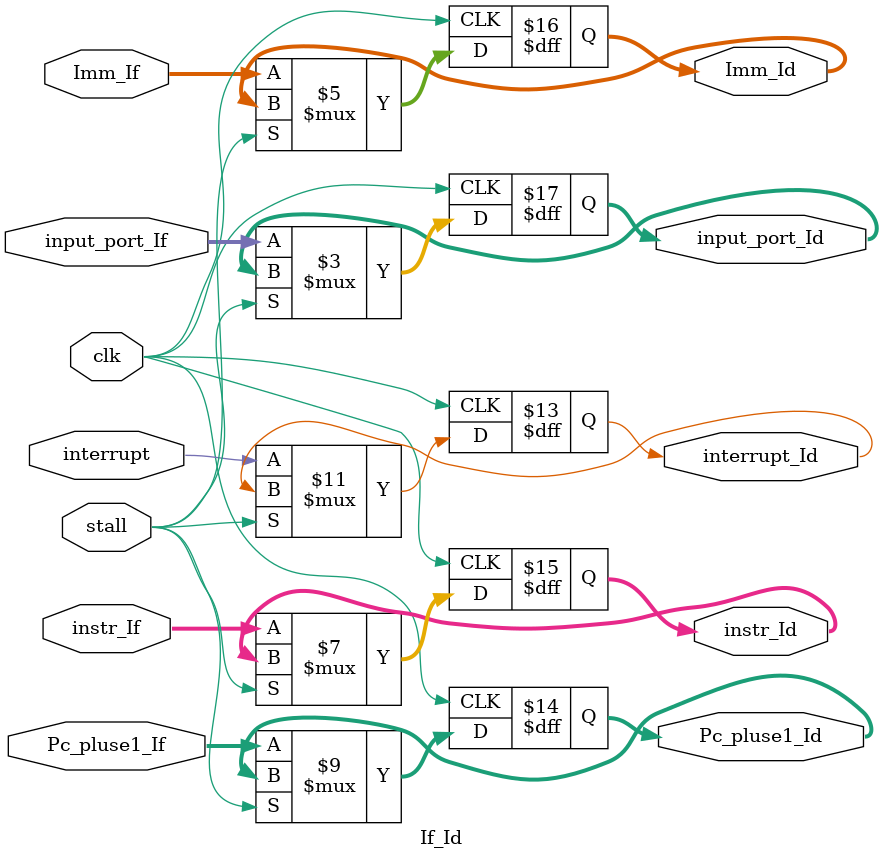
<source format=sv>
module If_Id  (

		input wire			clk,
		input wire			interrupt,
		input wire			stall,
		input wire 	[7:0]	Pc_pluse1_If,
		input wire 	[7:0]	instr_If,
		input wire 	[7:0]	Imm_If,
		input wire 	[7:0]    input_port_If,

		output reg			interrupt_Id,
		output reg 	[7:0]	Pc_pluse1_Id,
		output reg 	[7:0]	instr_Id,
		output reg 	[7:0]	Imm_Id,
		output reg 	[7:0]  	input_port_Id
);

always @(posedge clk ) begin 

	
	if (!stall) begin
		interrupt_Id <= interrupt;
		Pc_pluse1_Id <= Pc_pluse1_If;
		instr_Id <= instr_If ;
		Imm_Id <= Imm_If;
		input_port_Id <= input_port_If;
	end
	// else if stall will save data

end
endmodule
</source>
